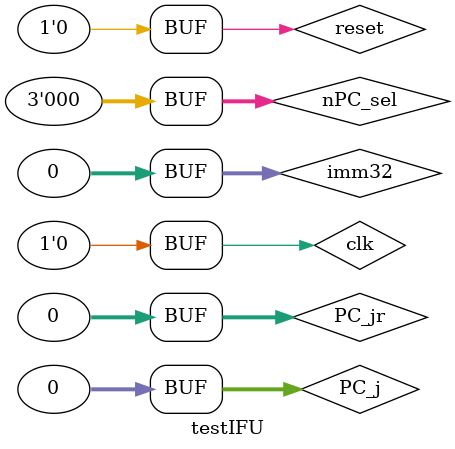
<source format=v>
`timescale 1ns / 1ps


module testIFU;

	// Inputs
	reg clk;
	reg reset;
	reg [2:0] nPC_sel;
	reg [31:0] imm32;
	reg [31:0] PC_jr;
	reg [31:0] PC_j;

	// Outputs
	wire [31:0] PCa4;
	wire [31:0] instr;

	// Instantiate the Unit Under Test (UUT)
	IFU uut (
		.clk(clk), 
		.reset(reset), 
		.nPC_sel(nPC_sel), 
		.imm32(imm32), 
		.PC_jr(PC_jr), 
		.PC_j(PC_j), 
		.PCa4(PCa4), 
		.instr(instr)
	);

	initial begin
		// Initialize Inputs
		clk = 0;
		reset = 0;
		nPC_sel = 0;
		imm32 = 0;
		PC_jr = 0;
		PC_j = 0;

		// Wait 100 ns for global reset to finish
		#100; 
        
		// Add stimulus here

	end
      
endmodule


</source>
